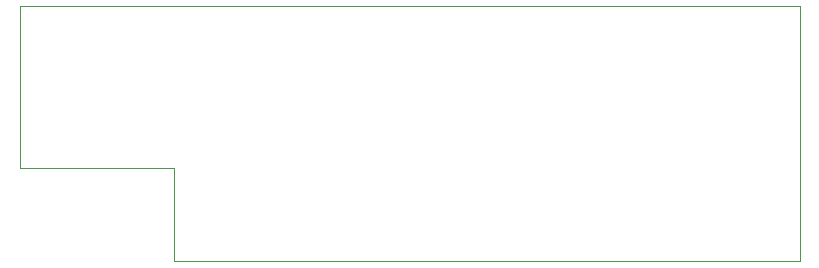
<source format=gbr>
%TF.GenerationSoftware,KiCad,Pcbnew,(5.1.10)-1*%
%TF.CreationDate,2022-06-29T18:38:16+09:00*%
%TF.ProjectId,DUB_with_Tono(ver1.0),4455425f-7769-4746-985f-546f6e6f2876,rev?*%
%TF.SameCoordinates,Original*%
%TF.FileFunction,Profile,NP*%
%FSLAX46Y46*%
G04 Gerber Fmt 4.6, Leading zero omitted, Abs format (unit mm)*
G04 Created by KiCad (PCBNEW (5.1.10)-1) date 2022-06-29 18:38:16*
%MOMM*%
%LPD*%
G01*
G04 APERTURE LIST*
%TA.AperFunction,Profile*%
%ADD10C,0.050000*%
%TD*%
G04 APERTURE END LIST*
D10*
X115481100Y-94208600D02*
X115481100Y-107916600D01*
X128536700Y-115798600D02*
X181521100Y-115798600D01*
X181521100Y-115798600D02*
X181521100Y-94208600D01*
X181521100Y-94208600D02*
X115481100Y-94208600D01*
X115481100Y-107916600D02*
X128536700Y-107916600D01*
X128536700Y-107916600D02*
X128536700Y-115798600D01*
M02*

</source>
